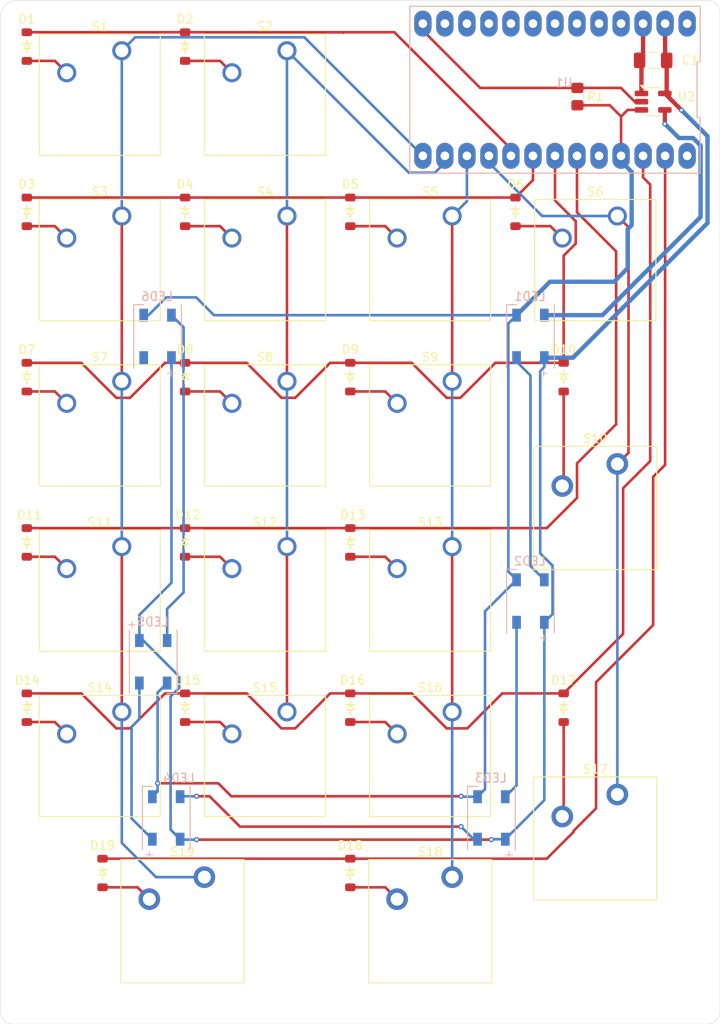
<source format=kicad_pcb>
(kicad_pcb (version 20240108) (generator "pcbnew") (generator_version "8.0")
  (layers (0 "F.Cu" signal) (31 "B.Cu" signal) (34 "B.Paste" user) (35 "F.Paste" user) (36 "B.SilkS" user "B.Silkscreen") (37 "F.SilkS" user "F.Silkscreen") (38 "B.Mask" user) (39 "F.Mask" user) (44 "Edge.Cuts" user))
  (net 0 "")
  (net 12 "/Col 0")
  (net 13 "GND")
  (net 14 "/NEOPIXEL")
  (net 15 "/Row 1")
  (net 16 "/Row 2")
  (net 17 "/Col 3")
  (net 18 "/Col 1")
  (net 19 "/Col 2")
  (net 20 "+5V")
  (net 21 "/Row 3")
  (net 22 "/Row 0")
  (net 23 "/NEOPIXEL 5V")
  (net 24 "Net-(D1-A)")
  (net 25 "Net-(D2-A)")
  (net 26 "Net-(D3-A)")
  (net 27 "Net-(D4-A)")
  (net 28 "Net-(D5-A)")
  (net 29 "Net-(D6-A)")
  (net 30 "Net-(D7-A)")
  (net 31 "Net-(D8-A)")
  (net 32 "Net-(D9-A)")
  (net 33 "Net-(D11-A)")
  (net 34 "Net-(D12-A)")
  (net 35 "Net-(D13-A)")
  (net 36 "Net-(D14-A)")
  (net 37 "Net-(D15-A)")
  (net 38 "Net-(LED1-DOUT)")
  (net 39 "Net-(LED2-DOUT)")
  (net 40 "Net-(LED3-DOUT)")
  (net 41 "Net-(LED4-DOUT)")
  (net 42 "Net-(LED5-DOUT)")
  (net 44 "Net-(D10-A)")
  (net 45 "Net-(D16-A)")
  (net 46 "/Row 4")
  (net 47 "Net-(D17-A)")
  (net 48 "/Row 5")
  (net 49 "Net-(D18-A)")
  (net 50 "Net-(D19-A)")
  (footprint "Button_Switch_Keyboard:SW_Cherry_MX_1.00u_PCB" (layer "F.Cu") (at 82.07 55.82)
    (property "Reference" "S2")
    (property "Value" "Keyswitch" (hide yes))
  )
  (footprint "Button_Switch_Keyboard:SW_Cherry_MX_1.00u_PCB" (layer "F.Cu") (at 63.02 132.02)
    (property "Reference" "S14")
    (property "Value" "Keyswitch" (hide yes))
  )
  (footprint "PCM_Switch_Keyboard_Cherry_MX:SW_Cherry_MX_PCB_2.00u_90deg" (layer "F.Cu") (at 117.63 146.625)
    (property "Reference" "S17")
    (property "Value" "Keyswitch" (hide yes))
  )
  (footprint "Button_Switch_Keyboard:SW_Cherry_MX_1.00u_PCB" (layer "F.Cu") (at 63.02 112.97)
    (property "Reference" "S11")
    (property "Value" "Keyswitch" (hide yes))
  )
  (footprint "MountingHole:MountingHole_2.2mm_M2" (layer "F.Cu") (at 89 126)
    (property "Reference" "H2" (hide yes))
    (property "Value" "MountingHole" (hide yes))
  )
  (footprint "MountingHole:MountingHole_2.2mm_M2" (layer "F.Cu") (at 93 60)
    (property "Reference" "H3" (hide yes))
    (property "Value" "MountingHole" (hide yes))
  )
  (footprint "Button_Switch_Keyboard:SW_Cherry_MX_1.00u_PCB" (layer "F.Cu") (at 82.07 112.97)
    (property "Reference" "S12")
    (property "Value" "Keyswitch" (hide yes))
  )
  (footprint "ScottoKeebs_Components:Diode_SOD-123" (layer "F.Cu") (at 70.3225 74.39375 -90)
    (property "Reference" "D4")
    (property "Value" "Diode" (hide yes))
  )
  (footprint "PCM_Switch_Keyboard_Cherry_MX:SW_Cherry_MX_PCB_2.00u_90deg" (layer "F.Cu") (at 117.63 108.525)
    (property "Reference" "S10")
    (property "Value" "Keyswitch" (hide yes))
  )
  (footprint "MountingHole:MountingHole_2.2mm_M2" (layer "F.Cu") (at 89 88)
    (property "Reference" "H1" (hide yes))
    (property "Value" "MountingHole" (hide yes))
  )
  (footprint "Button_Switch_Keyboard:SW_Cherry_MX_1.00u_PCB" (layer "F.Cu") (at 63.02 74.87)
    (property "Reference" "S3")
    (property "Value" "Keyswitch" (hide yes))
  )
  (footprint "Button_Switch_Keyboard:SW_Cherry_MX_1.00u_PCB" (layer "F.Cu") (at 101.12 112.97)
    (property "Reference" "S13")
    (property "Value" "Keyswitch" (hide yes))
  )
  (footprint "ScottoKeebs_Components:Diode_SOD-123" (layer "F.Cu") (at 89.3725 74.39375 -90)
    (property "Reference" "D5")
    (property "Value" "Diode" (hide yes))
  )
  (footprint "ScottoKeebs_Components:Diode_SOD-123" (layer "F.Cu") (at 52.06625 131.54375 -90)
    (property "Reference" "D14")
    (property "Value" "Diode" (hide yes))
  )
  (footprint "ScottoKeebs_Components:Diode_SOD-123" (layer "F.Cu") (at 89.3725 131.54375 -90)
    (property "Reference" "D16")
    (property "Value" "Diode" (hide yes))
  )
  (footprint "ScottoKeebs_Components:Diode_SOD-123" (layer "F.Cu") (at 52.06625 93.44375 -90)
    (property "Reference" "D7")
    (property "Value" "Diode" (hide yes))
  )
  (footprint "ScottoKeebs_Components:Diode_SOD-123" (layer "F.Cu") (at 70.3225 131.54375 -90)
    (property "Reference" "D15")
    (property "Value" "Diode" (hide yes))
  )
  (footprint "ScottoKeebs_Components:Diode_SOD-123" (layer "F.Cu") (at 70.3225 93.44375 -90)
    (property "Reference" "D8")
    (property "Value" "Diode" (hide yes))
  )
  (footprint "ScottoKeebs_Components:Diode_SOD-123" (layer "F.Cu") (at 89.3725 150.59375 -90)
    (property "Reference" "D18")
    (property "Value" "Diode" (hide yes))
  )
  (footprint "Button_Switch_Keyboard:SW_Cherry_MX_1.00u_PCB" (layer "F.Cu") (at 101.12 74.87)
    (property "Reference" "S5")
    (property "Value" "Keyswitch" (hide yes))
  )
  (footprint "ScottoKeebs_Components:Diode_SOD-123" (layer "F.Cu") (at 52.06625 112.49375 -90)
    (property "Reference" "D11")
    (property "Value" "Diode" (hide yes))
  )
  (footprint "ScottoKeebs_Components:Diode_SOD-123" (layer "F.Cu") (at 113.97875 131.54375 -90)
    (property "Reference" "D17")
    (property "Value" "Diode" (hide yes))
  )
  (footprint "Button_Switch_Keyboard:SW_Cherry_MX_1.00u_PCB" (layer "F.Cu") (at 63.02 93.92)
    (property "Reference" "S7")
    (property "Value" "Keyswitch" (hide yes))
  )
  (footprint "ScottoKeebs_Components:Diode_SOD-123" (layer "F.Cu") (at 113.97875 93.44375 -90)
    (property "Reference" "D10")
    (property "Value" "Diode" (hide yes))
  )
  (footprint "Button_Switch_Keyboard:SW_Cherry_MX_1.00u_PCB" (layer "F.Cu") (at 120.17 74.87)
    (property "Reference" "S6")
    (property "Value" "Keyswitch" (hide yes))
  )
  (footprint "Button_Switch_Keyboard:SW_Cherry_MX_1.00u_PCB" (layer "F.Cu") (at 82.07 93.92)
    (property "Reference" "S8")
    (property "Value" "Keyswitch" (hide yes))
  )
  (footprint "PCM_Switch_Keyboard_Cherry_MX:SW_Cherry_MX_PCB_2.00u" (layer "F.Cu") (at 70.005 156.15)
    (property "Reference" "S19")
    (property "Value" "Keyswitch" (hide yes))
  )
  (footprint "MountingHole:MountingHole_2.2mm_M2" (layer "F.Cu") (at 57 160)
    (property "Reference" "H5" (hide yes))
    (property "Value" "MountingHole" (hide yes))
  )
  (footprint "ScottoKeebs_Components:Diode_SOD-123" (layer "F.Cu") (at 108.4225 74.39375 -90)
    (property "Reference" "D6")
    (property "Value" "Diode" (hide yes))
  )
  (footprint "ScottoKeebs_Components:Diode_SOD-123" (layer "F.Cu") (at 70.3225 55.34375 -90)
    (property "Reference" "D2")
    (property "Value" "Diode" (hide yes))
  )
  (footprint "Resistor_SMD:R_0805_2012Metric_Pad1.20x1.40mm_HandSolder" (layer "F.Cu") (at 115.56625 61.10625 -90)
    (property "Reference" "R1")
    (property "Value" "10k")
  )
  (footprint "Package_TO_SOT_SMD:SOT-23-5_HandSoldering" (layer "F.Cu") (at 124.2975 61.69375)
    (property "Reference" "U2")
    (property "Value" "74AHCT1G125" (hide yes))
  )
  (footprint "Capacitor_SMD:C_1206_3216Metric_Pad1.33x1.80mm_HandSolder" (layer "F.Cu") (at 124.2975 56.93125 180)
    (property "Reference" "C1" (hide yes))
    (property "Value" "0.1uF" (hide yes))
  )
  (footprint "PCM_Switch_Keyboard_Cherry_MX:SW_Cherry_MX_PCB_1.00u" (layer "F.Cu") (at 98.58 156.15)
    (property "Reference" "S18")
    (property "Value" "Keyswitch" (hide yes))
  )
  (footprint "ScottoKeebs_Components:Diode_SOD-123" (layer "F.Cu") (at 52.06625 74.39375 -90)
    (property "Reference" "D3")
    (property "Value" "Diode" (hide yes))
  )
  (footprint "Button_Switch_Keyboard:SW_Cherry_MX_1.00u_PCB" (layer "F.Cu") (at 82.07 132.02)
    (property "Reference" "S15")
    (property "Value" "Keyswitch" (hide yes))
  )
  (footprint "Button_Switch_Keyboard:SW_Cherry_MX_1.00u_PCB" (layer "F.Cu") (at 82.07 74.87)
    (property "Reference" "S4")
    (property "Value" "Keyswitch" (hide yes))
  )
  (footprint "ScottoKeebs_Components:Diode_SOD-123" (layer "F.Cu") (at 89.3725 112.49375 -90)
    (property "Reference" "D13")
    (property "Value" "Diode" (hide yes))
  )
  (footprint "ScottoKeebs_Components:Diode_SOD-123" (layer "F.Cu") (at 60.7975 150.59375 -90)
    (property "Reference" "D19")
    (property "Value" "Diode" (hide yes))
  )
  (footprint "MountingHole:MountingHole_2.2mm_M2" (layer "F.Cu") (at 120 160)
    (property "Reference" "H4" (hide yes))
    (property "Value" "MountingHole" (hide yes))
  )
  (footprint "Button_Switch_Keyboard:SW_Cherry_MX_1.00u_PCB" (layer "F.Cu") (at 63.02 55.82)
    (property "Reference" "S1")
    (property "Value" "Keyswitch" (hide yes))
  )
  (footprint "ScottoKeebs_Components:Diode_SOD-123" (layer "F.Cu") (at 89.3725 93.44375 -90)
    (property "Reference" "D9")
    (property "Value" "Diode" (hide yes))
  )
  (footprint "Button_Switch_Keyboard:SW_Cherry_MX_1.00u_PCB" (layer "F.Cu") (at 101.12 93.92)
    (property "Reference" "S9")
    (property "Value" "Keyswitch" (hide yes))
  )
  (footprint "ScottoKeebs_Components:Diode_SOD-123" (layer "F.Cu") (at 70.3225 112.49375 -90)
    (property "Reference" "D12")
    (property "Value" "Diode" (hide yes))
  )
  (footprint "ScottoKeebs_Components:Diode_SOD-123" (layer "F.Cu") (at 52.06625 55.34375 -90)
    (property "Reference" "D1")
    (property "Value" "Diode" (hide yes))
  )
  (footprint "Button_Switch_Keyboard:SW_Cherry_MX_1.00u_PCB" (layer "F.Cu") (at 101.12 132.02)
    (property "Reference" "S16")
    (property "Value" "Keyswitch" (hide yes))
  )
  (footprint "Adafruit:KB2040" (layer "B.Cu") (at 113.97875 59.3125 90)
    (property "Reference" "U1")
    (property "Value" "~" (hide yes))
  )
  (footprint "LED_SMD:LED_SK6812_PLCC4_5.0x5.0mm_P3.2mm" (layer "B.Cu") (at 110.1475 88.75 90)
    (property "Reference" "LED1")
    (property "Value" "SK6812" (hide yes))
  )
  (footprint "LED_SMD:LED_SK6812_PLCC4_5.0x5.0mm_P3.2mm" (layer "B.Cu") (at 105.6475 144.25 90)
    (property "Reference" "LED3")
    (property "Value" "SK6812" (hide yes))
  )
  (footprint "LED_SMD:LED_SK6812_PLCC4_5.0x5.0mm_P3.2mm" (layer "B.Cu") (at 66.6475 126.25 -90)
    (property "Reference" "LED5")
    (property "Value" "SK6812" (hide yes))
  )
  (footprint "LED_SMD:LED_SK6812_PLCC4_5.0x5.0mm_P3.2mm" (layer "B.Cu") (at 110.1475 119.25 90)
    (property "Reference" "LED2")
    (property "Value" "SK6812" (hide yes))
  )
  (footprint "LED_SMD:LED_SK6812_PLCC4_5.0x5.0mm_P3.2mm" (layer "B.Cu") (at 67.1475 88.75 90)
    (property "Reference" "LED6")
    (property "Value" "SK6812" (hide yes))
  )
  (footprint "LED_SMD:LED_SK6812_PLCC4_5.0x5.0mm_P3.2mm" (layer "B.Cu") (at 68.1475 144.25 90)
    (property "Reference" "LED4")
    (property "Value" "SK6812" (hide yes))
  )
  (gr_line (start 132 51.5) (end 132 166.5) (stroke (width 0.05)) (layer "Edge.Cuts"))
  (gr_line (start 130.5 168) (end 50.5 168) (stroke (width 0.05)) (layer "Edge.Cuts"))
  (gr_arc (start 132 166.5) (mid 131.56066 167.56066) (end 130.5 168) (stroke (width 0.05)) (layer "Edge.Cuts"))
  (gr_arc (start 49 52) (mid 49.585786 50.585786) (end 51 50) (stroke (width 0.05)) (layer "Edge.Cuts"))
  (gr_arc (start 50.5 168) (mid 49.43934 167.56066) (end 49 166.5) (stroke (width 0.05)) (layer "Edge.Cuts"))
  (gr_arc (start 130.5 50) (mid 131.56066 50.43934) (end 132 51.5) (stroke (width 0.05)) (layer "Edge.Cuts"))
  (gr_line (start 51 50) (end 130.5 50) (stroke (width 0.05)) (layer "Edge.Cuts"))
  (gr_line (start 49 166.5) (end 49 52) (stroke (width 0.05)) (layer "Edge.Cuts"))
  (gr_text "+" (at 63.5 122.5 0) (layer "B.SilkS") (effects (font (size 1 1) (thickness 0.1)) (justify left bottom)))
  (gr_text "+" (at 111 124 0) (layer "B.SilkS") (effects (font (size 1 1) (thickness 0.1)) (justify left bottom)))
  (gr_text "+" (at 68 93.5 0) (layer "B.SilkS") (effects (font (size 1 1) (thickness 0.1)) (justify left bottom)))
  (gr_text "+" (at 111 93.5 0) (layer "B.SilkS") (effects (font (size 1 1) (thickness 0.1)) (justify left bottom)))
  (gr_text "+" (at 107 149 0) (layer "B.SilkS") (effects (font (size 1 1) (thickness 0.1)) (justify left bottom)))
  (gr_text "+" (at 65.5 149 0) (layer "B.SilkS") (effects (font (size 1 1) (thickness 0.1)) (justify left bottom)))
  (gr_text "C1\n" (at 127.5 57.5 0) (layer "F.SilkS") (effects (font (size 1 1)) (justify left bottom)))
  (segment (start 63.02 94.07875) (end 63.02 74.87) (width 0.3) (layer "F.Cu") (net 12))
  (segment (start 63.02 93.92) (end 63.02 94.07875) (width 0.3) (layer "F.Cu") (net 12))
  (segment (start 63.02 94.07875) (end 63.17875 94.2375) (width 0.3) (layer "F.Cu") (net 12))
  (segment (start 63.02 112.97) (end 63.02 132.02) (width 0.3) (layer "F.Cu") (net 12))
  (segment (start 63.02 132.02) (end 63.02 147.1225) (width 0.3) (layer "B.Cu") (net 12))
  (segment (start 64.57 54.27) (end 63.02 55.82) (width 0.3) (layer "B.Cu") (net 12))
  (segment (start 66.9675 151.07) (end 72.545 151.07) (width 0.3) (layer "B.Cu") (net 12))
  (segment (start 97.73875 67.9325) (end 84.07625 54.27) (width 0.3) (layer "B.Cu") (net 12))
  (segment (start 63.02 74.87) (end 63.02 55.82) (width 0.3) (layer "B.Cu") (net 12))
  (segment (start 84.07625 54.27) (end 64.57 54.27) (width 0.3) (layer "B.Cu") (net 12))
  (segment (start 63.02 112.97) (end 63.02 93.92) (width 0.3) (layer "B.Cu") (net 12))
  (segment (start 63.02 147.1225) (end 66.9675 151.07) (width 0.3) (layer "B.Cu") (net 12))
  (segment (start 74.1475 140.25) (end 67.1475 140.25) (width 0.3) (layer "F.Cu") (net 13))
  (segment (start 121.36 62.64375) (end 122.9475 62.64375) (width 0.3) (layer "F.Cu") (net 13))
  (segment (start 75.6475 141.75) (end 74.1475 140.25) (width 0.3) (layer "F.Cu") (net 13))
  (segment (start 102.1475 141.75) (end 75.6475 141.75) (width 0.3) (layer "F.Cu") (net 13))
  (segment (start 120.59875 67.9325) (end 120.59875 63.405) (width 0.3) (layer "F.Cu") (net 13))
  (segment (start 120.59875 63.405) (end 121.36 62.64375) (width 0.3) (layer "F.Cu") (net 13))
  (segment (start 123.13875 52.6925) (end 123.13875 56.5275) (width 0.5) (layer "F.Cu") (net 13))
  (segment (start 122.9475 57.14375) (end 122.735 56.93125) (width 0.5) (layer "F.Cu") (net 13))
  (segment (start 120.59875 63.405) (end 119.3 62.10625) (width 0.3) (layer "F.Cu") (net 13))
  (segment (start 119.3 62.10625) (end 115.56625 62.10625) (width 0.3) (layer "F.Cu") (net 13))
  (segment (start 122.9475 60.74375) (end 122.9475 57.14375) (width 0.5) (layer "F.Cu") (net 13))
  (segment (start 123.13875 56.5275) (end 122.735 56.93125) (width 0.5) (layer "F.Cu") (net 13))
  (via (at 67.1475 140.25) (size 0.6) (drill 0.3) (layers "F.Cu" "B.Cu") (net 13))
  (via (at 102.1475 141.75) (size 0.6) (drill 0.3) (layers "F.Cu" "B.Cu") (net 13))
  (segment (start 108.5475 86.3) (end 112.3975 82.45) (width 0.5) (layer "B.Cu") (net 13))
  (segment (start 104.91 140.9375) (end 104.91 120.4375) (width 0.3) (layer "B.Cu") (net 13))
  (segment (start 121.82 69.79125) (end 120.59875 68.57) (width 0.5) (layer "B.Cu") (net 13))
  (segment (start 112.3975 82.45) (end 119.79875 82.45) (width 0.5) (layer "B.Cu") (net 13))
  (segment (start 65.5475 86.3) (end 66.0975 86.3) (width 0.3) (layer "B.Cu") (net 13))
  (segment (start 120.59875 68.57) (end 120.59875 67.9325) (width 0.5) (layer "B.Cu") (net 13))
  (segment (start 119.79875 82.45) (end 121.36 80.88875) (width 0.5) (layer "B.Cu") (net 13))
  (segment (start 121.36 80.88875) (end 121.36 76.38875) (width 0.5) (layer "B.Cu") (net 13))
  (segment (start 104.0475 141.8) (end 104.91 140.9375) (width 0.3) (layer "B.Cu") (net 13))
  (segment (start 121.82 75.92875) (end 121.82 69.79125) (width 0.5) (layer "B.Cu") (net 13))
  (segment (start 66.5475 141.8) (end 67.1475 141.2) (width 0.3) (layer "B.Cu") (net 13))
  (segment (start 107.5975 115.85) (end 108.5475 116.8) (width 0.3) (layer "B.Cu") (net 13))
  (segment (start 107.5975 87.25) (end 107.5975 115.85) (width 0.3) (layer "B.Cu") (net 13))
  (segment (start 67.1475 129.8) (end 68.2475 128.7) (width 0.3) (layer "B.Cu") (net 13))
  (segment (start 108.5475 86.3) (end 73.6475 86.3) (width 0.3) (layer "B.Cu") (net 13))
  (segment (start 67.1475 141.2) (end 67.1475 129.8) (width 0.3) (layer "B.Cu") (net 13))
  (segment (start 102.1975 141.8) (end 102.1475 141.75) (width 0.3) (layer "B.Cu") (net 13))
  (segment (start 104.91 120.4375) (end 108.5475 116.8) (width 0.3) (layer "B.Cu") (net 13))
  (segment (start 104.0475 141.8) (end 102.1975 141.8) (width 0.3) (layer "B.Cu") (net 13))
  (segment (start 71.5975 84.25) (end 73.6475 86.3) (width 0.3) (layer "B.Cu") (net 13))
  (segment (start 66.0975 86.3) (end 68.1475 84.25) (width 0.3) (layer "B.Cu") (net 13))
  (segment (start 121.36 76.38875) (end 121.82 75.92875) (width 0.5) (layer "B.Cu") (net 13))
  (segment (start 108.5475 86.3) (end 107.5975 87.25) (width 0.3) (layer "B.Cu") (net 13))
  (segment (start 68.1475 84.25) (end 71.5975 84.25) (width 0.3) (layer "B.Cu") (net 13))
  (segment (start 120.580001 60.10625) (end 122.167501 61.69375) (width 0.3) (layer "F.Cu") (net 14))
  (segment (start 97.73875 53.4925) (end 97.73875 52.6925) (width 0.3) (layer "F.Cu") (net 14))
  (segment (start 104.3525 60.10625) (end 97.73875 53.4925) (width 0.3) (layer "F.Cu") (net 14))
  (segment (start 122.167501 61.69375) (end 122.9475 61.69375) (width 0.3) (layer "F.Cu") (net 14))
  (segment (start 115.56625 60.10625) (end 104.3525 60.10625) (width 0.3) (layer "F.Cu") (net 14))
  (segment (start 115.56625 60.10625) (end 120.580001 60.10625) (width 0.3) (layer "F.Cu") (net 14))
  (segment (start 89.3725 72.74375) (end 108.4225 72.74375) (width 0.3) (layer "F.Cu") (net 15))
  (segment (start 110.43875 70.7275) (end 108.4225 72.74375) (width 0.3) (layer "F.Cu") (net 15))
  (segment (start 110.43875 67.9325) (end 110.43875 70.7275) (width 0.3) (layer "F.Cu") (net 15))
  (segment (start 52.06625 72.74375) (end 70.3225 72.74375) (width 0.3) (layer "F.Cu") (net 15))
  (segment (start 70.3225 72.74375) (end 89.3725 72.74375) (width 0.3) (layer "F.Cu") (net 15))
  (segment (start 70.3225 91.79375) (end 77.40375 91.79375) (width 0.3) (layer "F.Cu") (net 16))
  (segment (start 89.3725 91.79375) (end 96.45375 91.79375) (width 0.3) (layer "F.Cu") (net 16))
  (segment (start 87.05375 91.79375) (end 89.3725 91.79375) (width 0.3) (layer "F.Cu") (net 16))
  (segment (start 115.37 75.4725) (end 115.37 78.052032) (width 0.3) (layer "F.Cu") (net 16))
  (segment (start 112.97875 73.08125) (end 115.37 75.4725) (width 0.3) (layer "F.Cu") (net 16))
  (segment (start 96.45375 91.79375) (end 100.485 95.825) (width 0.3) (layer "F.Cu") (net 16))
  (segment (start 115.37 78.052032) (end 113.97875 79.443282) (width 0.3) (layer "F.Cu") (net 16))
  (segment (start 113.97875 79.443282) (end 113.97875 91.79375) (width 0.3) (layer "F.Cu") (net 16))
  (segment (start 68.00375 91.79375) (end 70.3225 91.79375) (width 0.3) (layer "F.Cu") (net 16))
  (segment (start 102.0725 95.825) (end 106.10375 91.79375) (width 0.3) (layer "F.Cu") (net 16))
  (segment (start 77.40375 91.79375) (end 81.435 95.825) (width 0.3) (layer "F.Cu") (net 16))
  (segment (start 100.485 95.825) (end 102.0725 95.825) (width 0.3) (layer "F.Cu") (net 16))
  (segment (start 83.0225 95.825) (end 87.05375 91.79375) (width 0.3) (layer "F.Cu") (net 16))
  (segment (start 81.435 95.825) (end 83.0225 95.825) (width 0.3) (layer "F.Cu") (net 16))
  (segment (start 62.385 95.825) (end 63.9725 95.825) (width 0.3) (layer "F.Cu") (net 16))
  (segment (start 52.06625 91.79375) (end 58.35375 91.79375) (width 0.3) (layer "F.Cu") (net 16))
  (segment (start 106.10375 91.79375) (end 113.97875 91.79375) (width 0.3) (layer "F.Cu") (net 16))
  (segment (start 58.35375 91.79375) (end 62.385 95.825) (width 0.3) (layer "F.Cu") (net 16))
  (segment (start 63.9725 95.825) (end 68.00375 91.79375) (width 0.3) (layer "F.Cu") (net 16))
  (segment (start 112.97875 67.9325) (end 112.97875 73.08125) (width 0.3) (layer "F.Cu") (net 16))
  (segment (start 120.17 74.87) (end 121.46 76.16) (width 0.3) (layer "F.Cu") (net 17))
  (segment (start 121.46 102.155) (end 120.17 103.445) (width 0.3) (layer "F.Cu") (net 17))
  (segment (start 121.46 76.16) (end 121.46 102.155) (width 0.3) (layer "F.Cu") (net 17))
  (segment (start 120.17 103.445) (end 120.17 141.545) (width 0.3) (layer "B.Cu") (net 17))
  (segment (start 111.49625 74.87) (end 105.35875 68.7325) (width 0.3) (layer "B.Cu") (net 17))
  (segment (start 120.17 74.87) (end 111.49625 74.87) (width 0.3) (layer "B.Cu") (net 17))
  (segment (start 105.35875 68.7325) (end 105.35875 67.9325) (width 0.3) (layer "B.Cu") (net 17))
  (segment (start 82.07 112.97) (end 82.07 132.02) (width 0.3) (layer "F.Cu") (net 18))
  (segment (start 82.07 74.87) (end 82.07 93.92) (width 0.3) (layer "F.Cu") (net 18))
  (segment (start 82.07 93.92) (end 82.07 112.97) (width 0.3) (layer "B.Cu") (net 18))
  (segment (start 96.1325 69.8825) (end 82.07 55.82) (width 0.3) (layer "B.Cu") (net 18))
  (segment (start 99.12875 69.8825) (end 96.1325 69.8825) (width 0.3) (layer "B.Cu") (net 18))
  (segment (start 82.07 55.82) (end 82.07 74.87) (width 0.3) (layer "B.Cu") (net 18))
  (segment (start 100.27875 67.9325) (end 100.27875 68.7325) (width 0.3) (layer "B.Cu") (net 18))
  (segment (start 100.27875 68.7325) (end 99.12875 69.8825) (width 0.3) (layer "B.Cu") (net 18))
  (segment (start 101.12 112.97) (end 101.12 132.02) (width 0.3) (layer "F.Cu") (net 19))
  (segment (start 101.12 74.87) (end 101.12 93.92) (width 0.3) (layer "F.Cu") (net 19))
  (segment (start 101.12 151.07) (end 101.12 132.02) (width 0.3) (layer "B.Cu") (net 19))
  (segment (start 101.12 74.87) (end 102.81875 73.17125) (width 0.3) (layer "B.Cu") (net 19))
  (segment (start 102.81875 73.17125) (end 102.81875 67.9325) (width 0.3) (layer "B.Cu") (net 19))
  (segment (start 101.12 112.97) (end 101.12 93.92) (width 0.3) (layer "B.Cu") (net 19))
  (segment (start 125.86 56.93125) (end 125.86 60.53125) (width 0.5) (layer "F.Cu") (net 20))
  (segment (start 127.63875 62.735) (end 125.6475 60.74375) (width 0.5) (layer "F.Cu") (net 20))
  (segment (start 125.67875 56.75) (end 125.86 56.93125) (width 0.5) (layer "F.Cu") (net 20))
  (segment (start 125.86 60.53125) (end 125.6475 60.74375) (width 0.5) (layer "F.Cu") (net 20))
  (segment (start 72.6475 146.75) (end 71.6475 146.75) (width 0.3) (layer "F.Cu") (net 20))
  (segment (start 125.67875 52.6925) (end 125.67875 56.75) (width 0.5) (layer "F.Cu") (net 20))
  (segment (start 105.6475 146.75) (end 72.6475 146.75) (width 0.3) (layer "F.Cu") (net 20))
  (via (at 71.6475 146.75) (size 0.6) (drill 0.3) (layers "F.Cu" "B.Cu") (net 20))
  (via (at 105.6475 146.75) (size 0.6) (drill 0.3) (layers "F.Cu" "B.Cu") (net 20))
  (via (at 127.576251 62.672501) (size 0.6) (drill 0.3) (layers "F.Cu" "B.Cu") (net 20))
  (segment (start 69.7475 146.7) (end 68.6475 145.6) (width 0.3) (layer "B.Cu") (net 20))
  (segment (start 111.7475 92.2775) (end 111.7475 91.2) (width 0.3) (layer "B.Cu") (net 20))
  (segment (start 69.7975 146.75) (end 69.7475 146.7) (width 0.3) (layer "B.Cu") (net 20))
  (segment (start 127.576251 62.672501) (end 130.56875 65.664998) (width 0.5) (layer "B.Cu") (net 20))
  (segment (start 111.7475 91.2) (end 111.275 91.6725) (width 0.3) (layer "B.Cu") (net 20))
  (segment (start 107.2475 146.7) (end 105.6975 146.7) (width 0.3) (layer "B.Cu") (net 20))
  (segment (start 68.7475 117.15) (end 65.8975 120) (width 0.3) (layer "B.Cu") (net 20))
  (segment (start 69.6475 127.95) (end 65.4975 123.8) (width 0.3) (layer "B.Cu") (net 20))
  (segment (start 71.6475 146.75) (end 69.7975 146.75) (width 0.3) (layer "B.Cu") (net 20))
  (segment (start 111.275 92.75) (end 111.7475 92.2775) (width 0.3) (layer "B.Cu") (net 20))
  (segment (start 112.6975 120.75) (end 111.7475 121.7) (width 0.3) (layer "B.Cu") (net 20))
  (segment (start 111.275 92.75) (end 111.275 113.75) (width 0.3) (layer "B.Cu") (net 20))
  (segment (start 65.0475 120.85) (end 65.0475 123.8) (width 0.3) (layer "B.Cu") (net 20))
  (segment (start 111.7475 91.2) (end 115.04875 91.2) (width 0.5) (layer "B.Cu") (net 20))
  (segment (start 68.7475 91.2) (end 68.7475 117.15) (width 0.3) (layer "B.Cu") (net 20))
  (segment (start 112.6975 115.1725) (end 112.6975 120.75) (width 0.3) (layer "B.Cu") (net 20))
  (segment (start 130.56875 65.664998) (end 130.56875 66.61) (width 0.5) (layer "B.Cu") (net 20))
  (segment (start 130.56875 75.68) (end 130.56875 66.61) (width 0.5) (layer "B.Cu") (net 20))
  (segment (start 111.275 113.75) (end 112.6975 115.1725) (width 0.3) (layer "B.Cu") (net 20))
  (segment (start 105.6975 146.7) (end 105.6475 146.75) (width 0.3) (layer "B.Cu") (net 20))
  (segment (start 69.6475 129.25) (end 69.6475 127.95) (width 0.3) (layer "B.Cu") (net 20))
  (segment (start 130.56875 66.61) (end 130.56875 66.04) (width 0.5) (layer "B.Cu") (net 20))
  (segment (start 115.04875 91.2) (end 130.56875 75.68) (width 0.5) (layer "B.Cu") (net 20))
  (segment (start 111.7475 142.2) (end 111.7475 121.7) (width 0.3) (layer "B.Cu") (net 20))
  (segment (start 65.8975 120) (end 65.0475 120.85) (width 0.3) (layer "B.Cu") (net 20))
  (segment (start 107.2475 146.7) (end 111.7475 142.2) (width 0.3) (layer "B.Cu") (net 20))
  (segment (start 68.6475 145.6) (end 68.6475 130.25) (width 0.3) (layer "B.Cu") (net 20))
  (segment (start 65.4975 123.8) (end 65.0475 123.8) (width 0.3) (layer "B.Cu") (net 20))
  (segment (start 68.6475 130.25) (end 69.6475 129.25) (width 0.3) (layer "B.Cu") (net 20))
  (segment (start 52.06625 110.84375) (end 70.3225 110.84375) (width 0.3) (layer "F.Cu") (net 21))
  (segment (start 70.3225 110.84375) (end 89.3725 110.84375) (width 0.3) (layer "F.Cu") (net 21))
  (segment (start 112.034372 110.84375) (end 89.3725 110.84375) (width 0.3) (layer "F.Cu") (net 21))
  (segment (start 120.03 98.8675) (end 115.52 103.3775) (width 0.3) (layer "F.Cu") (net 21))
  (segment (start 115.51875 67.9325) (end 115.51875 74.444637) (width 0.3) (layer "F.Cu") (net 21))
  (segment (start 115.51875 74.444637) (end 120.03 78.955887) (width 0.3) (layer "F.Cu") (net 21))
  (segment (start 115.52 107.358122) (end 112.034372 110.84375) (width 0.3) (layer "F.Cu") (net 21))
  (segment (start 89.3725 110.84375) (end 89.45375 110.925) (width 0.3) (layer "F.Cu") (net 21))
  (segment (start 120.03 78.955887) (end 120.03 98.8675) (width 0.3) (layer "F.Cu") (net 21))
  (segment (start 115.52 103.3775) (end 115.52 107.358122) (width 0.3) (layer "F.Cu") (net 21))
  (segment (start 52.06625 53.69375) (end 70.3225 53.69375) (width 0.3) (layer "F.Cu") (net 22))
  (segment (start 88.51625 53.69375) (end 88.57875 53.75625) (width 0.3) (layer "F.Cu") (net 22))
  (segment (start 107.89875 67.1325) (end 107.89875 67.9325) (width 0.3) (layer "F.Cu") (net 22))
  (segment (start 81.435 53.69375) (end 94.46 53.69375) (width 0.3) (layer "F.Cu") (net 22))
  (segment (start 94.46 53.69375) (end 107.89875 67.1325) (width 0.3) (layer "F.Cu") (net 22))
  (segment (start 81.435 53.69375) (end 88.51625 53.69375) (width 0.3) (layer "F.Cu") (net 22))
  (segment (start 70.3225 53.69375) (end 81.435 53.69375) (width 0.3) (layer "F.Cu") (net 22))
  (segment (start 125.6475 64.25) (end 125.6475 62.64375) (width 0.5) (layer "F.Cu") (net 23))
  (via (at 125.6475 64.25) (size 0.6) (drill 0.3) (layers "F.Cu" "B.Cu") (net 23))
  (segment (start 128.91125 65.8825) (end 129.76875 66.74) (width 0.5) (layer "B.Cu") (net 23))
  (segment (start 111.6475 86.4) (end 111.6475 86.75) (width 0.3) (layer "B.Cu") (net 23))
  (segment (start 118.44875 86.3) (end 111.7475 86.3) (width 0.5) (layer "B.Cu") (net 23))
  (segment (start 129.76875 74.98) (end 118.44875 86.3) (width 0.5) (layer "B.Cu") (net 23))
  (segment (start 111.7475 86.3) (end 111.6475 86.4) (width 0.3) (layer "B.Cu") (net 23))
  (segment (start 125.6475 64.25) (end 127.28 65.8825) (width 0.5) (layer "B.Cu") (net 23))
  (segment (start 127.28 65.8825) (end 128.91125 65.8825) (width 0.5) (layer "B.Cu") (net 23))
  (segment (start 129.76875 66.74) (end 129.76875 74.98) (width 0.5) (layer "B.Cu") (net 23))
  (segment (start 55.30375 56.99375) (end 56.67 58.36) (width 0.3) (layer "F.Cu") (net 24))
  (segment (start 52.06625 56.99375) (end 55.30375 56.99375) (width 0.3) (layer "F.Cu") (net 24))
  (segment (start 74.35375 56.99375) (end 75.72 58.36) (width 0.3) (layer "F.Cu") (net 25))
  (segment (start 70.3225 56.99375) (end 74.35375 56.99375) (width 0.3) (layer "F.Cu") (net 25))
  (segment (start 52.06625 76.04375) (end 55.30375 76.04375) (width 0.3) (layer "F.Cu") (net 26))
  (segment (start 55.30375 76.04375) (end 56.67 77.41) (width 0.3) (layer "F.Cu") (net 26))
  (segment (start 74.35375 76.04375) (end 75.72 77.41) (width 0.3) (layer "F.Cu") (net 27))
  (segment (start 70.3225 76.04375) (end 74.35375 76.04375) (width 0.3) (layer "F.Cu") (net 27))
  (segment (start 93.40375 76.04375) (end 94.77 77.41) (width 0.3) (layer "F.Cu") (net 28))
  (segment (start 89.3725 76.04375) (end 93.40375 76.04375) (width 0.3) (layer "F.Cu") (net 28))
  (segment (start 112.45375 76.04375) (end 113.82 77.41) (width 0.3) (layer "F.Cu") (net 29))
  (segment (start 108.4225 76.04375) (end 112.45375 76.04375) (width 0.3) (layer "F.Cu") (net 29))
  (segment (start 52.06625 95.09375) (end 55.30375 95.09375) (width 0.3) (layer "F.Cu") (net 30))
  (segment (start 55.30375 95.09375) (end 56.67 96.46) (width 0.3) (layer "F.Cu") (net 30))
  (segment (start 70.3225 95.09375) (end 74.35375 95.09375) (width 0.3) (layer "F.Cu") (net 31))
  (segment (start 74.35375 95.09375) (end 75.72 96.46) (width 0.3) (layer "F.Cu") (net 31))
  (segment (start 93.40375 95.09375) (end 94.77 96.46) (width 0.3) (layer "F.Cu") (net 32))
  (segment (start 89.3725 95.09375) (end 93.40375 95.09375) (width 0.3) (layer "F.Cu") (net 32))
  (segment (start 52.06625 114.14375) (end 55.30375 114.14375) (width 0.3) (layer "F.Cu") (net 33))
  (segment (start 55.30375 114.14375) (end 56.67 115.51) (width 0.3) (layer "F.Cu") (net 33))
  (segment (start 74.35375 114.14375) (end 75.72 115.51) (width 0.3) (layer "F.Cu") (net 34))
  (segment (start 70.3225 114.14375) (end 74.35375 114.14375) (width 0.3) (layer "F.Cu") (net 34))
  (segment (start 89.3725 114.14375) (end 93.40375 114.14375) (width 0.3) (layer "F.Cu") (net 35))
  (segment (start 93.40375 114.14375) (end 94.77 115.51) (width 0.3) (layer "F.Cu") (net 35))
  (segment (start 55.30375 133.19375) (end 56.67 134.56) (width 0.3) (layer "F.Cu") (net 36))
  (segment (start 52.06625 133.19375) (end 55.30375 133.19375) (width 0.3) (layer "F.Cu") (net 36))
  (segment (start 70.3225 133.19375) (end 74.35375 133.19375) (width 0.3) (layer "F.Cu") (net 37))
  (segment (start 74.35375 133.19375) (end 75.72 134.56) (width 0.3) (layer "F.Cu") (net 37))
  (segment (start 108.5475 91.65) (end 108.5475 91.2) (width 0.3) (layer "B.Cu") (net 38))
  (segment (start 110.1475 93.25) (end 108.5475 91.65) (width 0.3) (layer "B.Cu") (net 38))
  (segment (start 110.1475 115.2) (end 110.1475 93.25) (width 0.3) (layer "B.Cu") (net 38))
  (segment (start 111.7475 116.8) (end 110.1475 115.2) (width 0.3) (layer "B.Cu") (net 38))
  (segment (start 108.5475 140.5) (end 107.2475 141.8) (width 0.3) (layer "B.Cu") (net 39))
  (segment (start 108.5475 121.7) (end 108.5475 140.5) (width 0.3) (layer "B.Cu") (net 39))
  (segment (start 76.6475 145.25) (end 73.1475 141.75) (width 0.3) (layer "F.Cu") (net 40))
  (segment (start 102.1475 145.25) (end 76.6475 145.25) (width 0.3) (layer "F.Cu") (net 40))
  (segment (start 73.1475 141.75) (end 71.6475 141.75) (width 0.3) (layer "F.Cu") (net 40))
  (via (at 71.6475 141.75) (size 0.6) (drill 0.3) (layers "F.Cu" "B.Cu") (net 40))
  (via (at 102.1475 145.25) (size 0.6) (drill 0.3) (layers "F.Cu" "B.Cu") (net 40))
  (segment (start 71.6475 141.75) (end 69.7975 141.75) (width 0.3) (layer "B.Cu") (net 40))
  (segment (start 103.5975 146.7) (end 102.1475 145.25) (width 0.3) (layer "B.Cu") (net 40))
  (segment (start 69.7975 141.75) (end 69.7475 141.8) (width 0.3) (layer "B.Cu") (net 40))
  (segment (start 104.0475 146.7) (end 103.5975 146.7) (width 0.3) (layer "B.Cu") (net 40))
  (segment (start 66.5475 146.7) (end 64.1475 144.3) (width 0.3) (layer "B.Cu") (net 41))
  (segment (start 64.1475 144.3) (end 64.1475 135.75) (width 0.3) (layer "B.Cu") (net 41))
  (segment (start 64.1475 135.75) (end 64.1475 133.75) (width 0.3) (layer "B.Cu") (net 41))
  (segment (start 64.1475 133.75) (end 65.0475 132.85) (width 0.3) (layer "B.Cu") (net 41))
  (segment (start 65.0475 132.85) (end 65.0475 128.7) (width 0.3) (layer "B.Cu") (net 41))
  (segment (start 68.2475 120.15) (end 70.1475 118.25) (width 0.3) (layer "B.Cu") (net 42))
  (segment (start 68.2475 123.8) (end 68.2475 120.15) (width 0.3) (layer "B.Cu") (net 42))
  (segment (start 70.1475 118.25) (end 70.1475 87.7) (width 0.3) (layer "B.Cu") (net 42))
  (segment (start 70.1475 87.7) (end 68.7475 86.3) (width 0.3) (layer "B.Cu") (net 42))
  (segment (start 113.97875 95.09375) (end 113.97875 105.82625) (width 0.3) (layer "F.Cu") (net 44))
  (segment (start 113.97875 105.82625) (end 113.82 105.985) (width 0.3) (layer "F.Cu") (net 44))
  (segment (start 93.40375 133.19375) (end 94.77 134.56) (width 0.3) (layer "F.Cu") (net 45))
  (segment (start 89.3725 133.19375) (end 93.40375 133.19375) (width 0.3) (layer "F.Cu") (net 45))
  (segment (start 58.35375 129.89375) (end 62.385 133.925) (width 0.3) (layer "F.Cu") (net 46))
  (segment (start 62.385 133.925) (end 63.9725 133.925) (width 0.3) (layer "F.Cu") (net 46))
  (segment (start 83.0225 133.925) (end 87.05375 129.89375) (width 0.3) (layer "F.Cu") (net 46))
  (segment (start 96.45375 129.89375) (end 100.485 133.925) (width 0.3) (layer "F.Cu") (net 46))
  (segment (start 123.96 103.122742) (end 120.832742 106.25) (width 0.3) (layer "F.Cu") (net 46))
  (segment (start 81.435 133.925) (end 83.0225 133.925) (width 0.3) (layer "F.Cu") (net 46))
  (segment (start 123.96 71.25) (end 123.13875 70.42875) (width 0.3) (layer "F.Cu") (net 46))
  (segment (start 123.13875 67.9325) (end 123.96 68.75375) (width 0.3) (layer "F.Cu") (net 46))
  (segment (start 123.13875 70.42875) (end 123.13875 67.9325) (width 0.3) (layer "F.Cu") (net 46))
  (segment (start 87.05375 129.89375) (end 89.3725 129.89375) (width 0.3) (layer "F.Cu") (net 46))
  (segment (start 77.40375 129.89375) (end 81.435 133.925) (width 0.3) (layer "F.Cu") (net 46))
  (segment (start 106.8975 129.89375) (end 113.97875 129.89375) (width 0.3) (layer "F.Cu") (net 46))
  (segment (start 89.3725 129.89375) (end 96.45375 129.89375) (width 0.3) (layer "F.Cu") (net 46))
  (segment (start 100.485 133.925) (end 102.86625 133.925) (width 0.3) (layer "F.Cu") (net 46))
  (segment (start 123.96 71.25) (end 123.96 103.122742) (width 0.3) (layer "F.Cu") (net 46))
  (segment (start 120.832742 123.039758) (end 113.97875 129.89375) (width 0.3) (layer "F.Cu") (net 46))
  (segment (start 70.3225 129.89375) (end 77.40375 129.89375) (width 0.3) (layer "F.Cu") (net 46))
  (segment (start 102.86625 133.925) (end 106.8975 129.89375) (width 0.3) (layer "F.Cu") (net 46))
  (segment (start 120.832742 106.25) (end 120.832742 123.039758) (width 0.3) (layer "F.Cu") (net 46))
  (segment (start 63.9725 133.925) (end 68.00375 129.89375) (width 0.3) (layer "F.Cu") (net 46))
  (segment (start 68.00375 129.89375) (end 70.3225 129.89375) (width 0.3) (layer "F.Cu") (net 46))
  (segment (start 52.06625 129.89375) (end 58.35375 129.89375) (width 0.3) (layer "F.Cu") (net 46))
  (segment (start 113.97875 133.19375) (end 113.97875 143.92625) (width 0.3) (layer "F.Cu") (net 47))
  (segment (start 113.97875 143.92625) (end 113.82 144.085) (width 0.3) (layer "F.Cu") (net 47))
  (segment (start 60.7975 148.94375) (end 89.3725 148.94375) (width 0.3) (layer "F.Cu") (net 48))
  (segment (start 125.67875 103.55625) (end 124.2975 104.9375) (width 0.3) (layer "F.Cu") (net 48))
  (segment (start 117.715887 128.600363) (end 117.715887 143.145) (width 0.3) (layer "F.Cu") (net 48))
  (segment (start 89.3725 148.94375) (end 89.45375 149.025) (width 0.3) (layer "F.Cu") (net 48))
  (segment (start 124.2975 122.01875) (end 117.715887 128.600363) (width 0.3) (layer "F.Cu") (net 48))
  (segment (start 117.715887 143.145) (end 115.130242 145.730645) (width 0.3) (layer "F.Cu") (net 48))
  (segment (start 112.034372 148.94375) (end 89.3725 148.94375) (width 0.3) (layer "F.Cu") (net 48))
  (segment (start 115.130242 145.84788) (end 112.034372 148.94375) (width 0.3) (layer "F.Cu") (net 48))
  (segment (start 115.130242 145.730645) (end 115.130242 145.84788) (width 0.3) (layer "F.Cu") (net 48))
  (segment (start 125.67875 103.55625) (end 125.67875 67.9325) (width 0.3) (layer "F.Cu") (net 48))
  (segment (start 124.2975 104.9375) (end 124.2975 122.01875) (width 0.3) (layer "F.Cu") (net 48))
  (segment (start 93.40375 152.24375) (end 94.77 153.61) (width 0.3) (layer "F.Cu") (net 49))
  (segment (start 89.3725 152.24375) (end 93.40375 152.24375) (width 0.3) (layer "F.Cu") (net 49))
  (segment (start 60.7975 152.24375) (end 64.82875 152.24375) (width 0.3) (layer "F.Cu") (net 50))
  (segment (start 64.82875 152.24375) (end 66.195 153.61) (width 0.3) (layer "F.Cu") (net 50))
)
</source>
